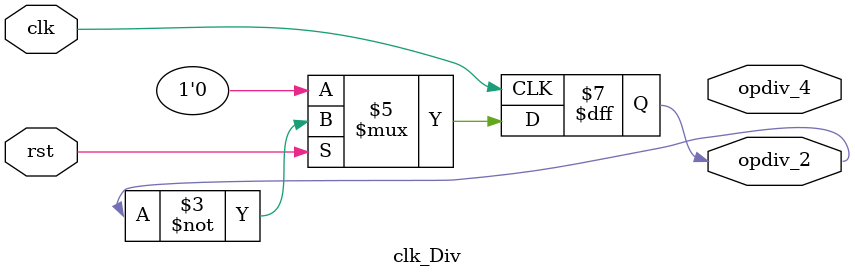
<source format=v>
`timescale 1ns/1ps

module clk_Div(
  input clk,rst,
  output reg opdiv_2,opdiv_4);

  always @(posedge clk)
    begin
      if(!rst)
        begin
          opdiv_2 = 1'b0;
    
        end
      else
        opdiv_2 = ~opdiv_2;
    
    end
endmodule

</source>
